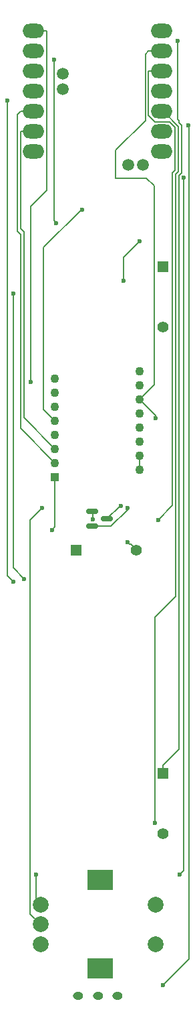
<source format=gbr>
%TF.GenerationSoftware,KiCad,Pcbnew,8.0.6*%
%TF.CreationDate,2025-11-06T12:50:02+09:00*%
%TF.ProjectId,tstick,74737469-636b-42e6-9b69-6361645f7063,rev?*%
%TF.SameCoordinates,Original*%
%TF.FileFunction,Copper,L1,Top*%
%TF.FilePolarity,Positive*%
%FSLAX46Y46*%
G04 Gerber Fmt 4.6, Leading zero omitted, Abs format (unit mm)*
G04 Created by KiCad (PCBNEW 8.0.6) date 2025-11-06 12:50:02*
%MOMM*%
%LPD*%
G01*
G04 APERTURE LIST*
G04 Aperture macros list*
%AMRoundRect*
0 Rectangle with rounded corners*
0 $1 Rounding radius*
0 $2 $3 $4 $5 $6 $7 $8 $9 X,Y pos of 4 corners*
0 Add a 4 corners polygon primitive as box body*
4,1,4,$2,$3,$4,$5,$6,$7,$8,$9,$2,$3,0*
0 Add four circle primitives for the rounded corners*
1,1,$1+$1,$2,$3*
1,1,$1+$1,$4,$5*
1,1,$1+$1,$6,$7*
1,1,$1+$1,$8,$9*
0 Add four rect primitives between the rounded corners*
20,1,$1+$1,$2,$3,$4,$5,0*
20,1,$1+$1,$4,$5,$6,$7,0*
20,1,$1+$1,$6,$7,$8,$9,0*
20,1,$1+$1,$8,$9,$2,$3,0*%
G04 Aperture macros list end*
%TA.AperFunction,SMDPad,CuDef*%
%ADD10RoundRect,0.150000X-0.587500X-0.150000X0.587500X-0.150000X0.587500X0.150000X-0.587500X0.150000X0*%
%TD*%
%TA.AperFunction,ComponentPad*%
%ADD11O,2.750000X1.800000*%
%TD*%
%TA.AperFunction,ComponentPad*%
%ADD12C,1.500000*%
%TD*%
%TA.AperFunction,ComponentPad*%
%ADD13O,1.300000X1.000000*%
%TD*%
%TA.AperFunction,ComponentPad*%
%ADD14C,2.000000*%
%TD*%
%TA.AperFunction,ComponentPad*%
%ADD15R,3.200000X2.500000*%
%TD*%
%TA.AperFunction,ComponentPad*%
%ADD16RoundRect,0.250000X0.300000X-0.300000X0.300000X0.300000X-0.300000X0.300000X-0.300000X-0.300000X0*%
%TD*%
%TA.AperFunction,ComponentPad*%
%ADD17C,1.100000*%
%TD*%
%TA.AperFunction,ComponentPad*%
%ADD18R,1.397000X1.397000*%
%TD*%
%TA.AperFunction,ComponentPad*%
%ADD19C,1.397000*%
%TD*%
%TA.AperFunction,ViaPad*%
%ADD20C,0.600000*%
%TD*%
%TA.AperFunction,Conductor*%
%ADD21C,0.200000*%
%TD*%
G04 APERTURE END LIST*
D10*
%TO.P,U2,1,GND*%
%TO.N,GND*%
X99000000Y-100100000D03*
%TO.P,U2,2,VO*%
%TO.N,+1v9*%
X99000000Y-102000000D03*
%TO.P,U2,3,VI*%
%TO.N,VCC*%
X100875000Y-101050000D03*
%TD*%
D11*
%TO.P,U1,1,P0.02_A0_D0*%
%TO.N,MOTION*%
X91589400Y-39434700D03*
%TO.P,U1,2,P0.03_A1_D1*%
%TO.N,Row0*%
X91589400Y-41974700D03*
%TO.P,U1,3,P0.28_A2_D2*%
%TO.N,Row1*%
X91589400Y-44514700D03*
%TO.P,U1,4,P0.29_A3_D3*%
%TO.N,Row2*%
X91589400Y-47054700D03*
%TO.P,U1,5,P0.04_A4_D4_SDA*%
%TO.N,SDIO*%
X91589400Y-49594700D03*
%TO.P,U1,6,P0.05_A5_D5_SCL*%
%TO.N,SCLK*%
X91589400Y-52134700D03*
%TO.P,U1,7,P1.11_D6_TX*%
%TO.N,unconnected-(U1-P1.11_D6_TX-Pad7)*%
X91589400Y-54674700D03*
%TO.P,U1,8,P1.12_D7_RX*%
%TO.N,CS*%
X107829400Y-54674700D03*
%TO.P,U1,9,P1.13_D8_SCK*%
%TO.N,REB*%
X107829400Y-52134700D03*
%TO.P,U1,10,P1.14_D9_MISO*%
%TO.N,REA*%
X107829400Y-49594700D03*
%TO.P,U1,11,P1.15_D10_MOSI*%
%TO.N,Col0*%
X107829400Y-47054700D03*
%TO.P,U1,12,3V3*%
%TO.N,VCC*%
X107829400Y-44514700D03*
%TO.P,U1,13,GND*%
%TO.N,GND*%
X107829400Y-41974700D03*
%TO.P,U1,14,5V*%
%TO.N,unconnected-(U1-5V-Pad14)*%
X107829400Y-39434700D03*
D12*
%TO.P,U1,15,NFC1_0.09*%
%TO.N,unconnected-(U1-NFC1_0.09-Pad15)*%
X103544800Y-56366700D03*
%TO.P,U1,16,NFC2_0.10*%
%TO.N,unconnected-(U1-NFC2_0.10-Pad16)*%
X105424400Y-56366700D03*
%TO.P,U1,20,BATT+*%
%TO.N,Bat*%
X95264400Y-46737700D03*
%TO.P,U1,21,BATT-*%
%TO.N,GND*%
X95264400Y-44832700D03*
%TD*%
D13*
%TO.P,SW21,3,C*%
%TO.N,GND*%
X97249900Y-161297200D03*
%TO.P,SW21,2,B*%
%TO.N,Net-(BT1--)*%
X99749900Y-161297200D03*
%TO.P,SW21,1,A*%
%TO.N,unconnected-(SW21-A-Pad1)*%
X102249900Y-161297200D03*
%TD*%
D14*
%TO.P,SW4,A,A*%
%TO.N,REA*%
X92506600Y-149793200D03*
%TO.P,SW4,C,C*%
%TO.N,GND*%
X92506600Y-152293200D03*
%TO.P,SW4,B,B*%
%TO.N,REB*%
X92506600Y-154793200D03*
D15*
%TO.P,SW4,MP*%
%TO.N,N/C*%
X100006600Y-146693200D03*
X100006600Y-157893200D03*
D14*
%TO.P,SW4,S2*%
X107006600Y-149793200D03*
%TO.P,SW4,S1*%
X107006600Y-154793200D03*
%TD*%
D16*
%TO.P,pmw3610,1,+VCSEL*%
%TO.N,Net-(pmw3610-+VCSEL)*%
X94300000Y-95790000D03*
D17*
%TO.P,pmw3610,2,SDIO*%
%TO.N,SDIO*%
X94300000Y-94010000D03*
%TO.P,pmw3610,3,SCLK*%
%TO.N,SCLK*%
X94300000Y-92230000D03*
%TO.P,pmw3610,4,NC*%
%TO.N,unconnected-(pmw3610-NC-Pad4)*%
X94300000Y-90450000D03*
%TO.P,pmw3610,5,NCS*%
%TO.N,CS*%
X94300000Y-88670000D03*
%TO.P,pmw3610,6,VDDIO*%
%TO.N,VCC*%
X94300000Y-86890000D03*
%TO.P,pmw3610,7,NRESET*%
%TO.N,Net-(pmw3610-NRESET)*%
X94300000Y-85110000D03*
%TO.P,pmw3610,8,MOTION*%
%TO.N,MOTION*%
X94300000Y-83330000D03*
%TO.P,pmw3610,9,VCP*%
%TO.N,Net-(pmw3610-VCP)*%
X105000000Y-82440000D03*
%TO.P,pmw3610,10,PASS_T*%
%TO.N,Net-(pmw3610-+VCSEL)*%
X105000000Y-84220000D03*
%TO.P,pmw3610,11,GND*%
%TO.N,GND*%
X105000000Y-86000000D03*
%TO.P,pmw3610,12,CP*%
%TO.N,Net-(pmw3610-CP)*%
X105000000Y-87780000D03*
%TO.P,pmw3610,13,CN*%
%TO.N,Net-(pmw3610-CN)*%
X105000000Y-89560000D03*
%TO.P,pmw3610,14,VDD*%
%TO.N,+1v9*%
X105000000Y-91340000D03*
%TO.P,pmw3610,15,XYLASER*%
%TO.N,Net-(pmw3610--VCSEL)*%
X105000000Y-93120000D03*
%TO.P,pmw3610,16,-VCSEL*%
X105000000Y-94900000D03*
%TD*%
D18*
%TO.P,D3,1,K*%
%TO.N,Row2*%
X108000000Y-133190000D03*
D19*
%TO.P,D3,2,A*%
%TO.N,Net-(D3-A)*%
X108000000Y-140810000D03*
%TD*%
D18*
%TO.P,D2,1,K*%
%TO.N,Row1*%
X96965000Y-105000000D03*
D19*
%TO.P,D2,2,A*%
%TO.N,Net-(D2-A)*%
X104585000Y-105000000D03*
%TD*%
D18*
%TO.P,D1,1,K*%
%TO.N,Row0*%
X108000000Y-69190000D03*
D19*
%TO.P,D1,2,A*%
%TO.N,Net-(D1-A)*%
X108000000Y-76810000D03*
%TD*%
D20*
%TO.N,Net-(D1-A)*%
X105000000Y-66000000D03*
X103000000Y-71000000D03*
%TO.N,Col0*%
X90384500Y-108624300D03*
X89005300Y-72603400D03*
%TO.N,CS*%
X97745800Y-61971800D03*
%TO.N,MOTION*%
X91256400Y-83776800D03*
%TO.N,REA*%
X91850200Y-145979200D03*
X106999800Y-139480500D03*
%TO.N,REB*%
X110610400Y-57921400D03*
X110055700Y-146013400D03*
%TO.N,Row2*%
X109822600Y-40704700D03*
%TO.N,Row1*%
X88210500Y-48176100D03*
X89000000Y-109000000D03*
%TO.N,Net-(D2-A)*%
X103450000Y-104040100D03*
%TO.N,Row0*%
X94137000Y-43043300D03*
X94451800Y-63670100D03*
%TO.N,+1v9*%
X103463500Y-99659400D03*
%TO.N,VCC*%
X102645900Y-99398200D03*
X107383200Y-101211400D03*
%TO.N,Net-(pmw3610-+VCSEL)*%
X93900000Y-102455700D03*
%TO.N,GND*%
X92675000Y-99706000D03*
X99118500Y-101099300D03*
X107012100Y-88330000D03*
%TO.N,Net-(BT1--)*%
X108000000Y-160000000D03*
X111199800Y-51375000D03*
%TD*%
D21*
%TO.N,Net-(BT1--)*%
X111297800Y-51473000D02*
X111199800Y-51375000D01*
X108000000Y-160000000D02*
X111297800Y-156702200D01*
X111297800Y-156702200D02*
X111297800Y-51473000D01*
%TO.N,GND*%
X102000000Y-54467700D02*
X102000000Y-58000000D01*
X105751000Y-50716700D02*
X102000000Y-54467700D01*
X106866800Y-84133200D02*
X106866800Y-59000000D01*
X102000000Y-58000000D02*
X105866800Y-58000000D01*
X105866800Y-58000000D02*
X106866800Y-59000000D01*
X92675000Y-99706000D02*
X91168900Y-101212100D01*
X91168900Y-150955500D02*
X92506600Y-152293200D01*
X91168900Y-101212100D02*
X91168900Y-150955500D01*
%TO.N,Row1*%
X89000000Y-109000000D02*
X88210500Y-108210500D01*
X88210500Y-108210500D02*
X88210500Y-48176100D01*
%TO.N,Net-(D1-A)*%
X103000000Y-71000000D02*
X103000000Y-68000000D01*
X103000000Y-68000000D02*
X105000000Y-66000000D01*
%TO.N,Col0*%
X89005300Y-107245100D02*
X89005300Y-72603400D01*
X90384500Y-108624300D02*
X89005300Y-107245100D01*
%TO.N,CS*%
X97618100Y-61971800D02*
X97745800Y-61971800D01*
X92832800Y-66757100D02*
X97618100Y-61971800D01*
X92832800Y-87202800D02*
X92832800Y-66757100D01*
X94300000Y-88670000D02*
X92832800Y-87202800D01*
%TO.N,SDIO*%
X92089400Y-49594700D02*
X89912700Y-49594700D01*
X89912700Y-89622700D02*
X94300000Y-94010000D01*
X89912700Y-65160300D02*
X89912700Y-89622700D01*
X89511000Y-64758600D02*
X89912700Y-65160300D01*
X89511000Y-49996400D02*
X89511000Y-64758600D01*
X89912700Y-49594700D02*
X89511000Y-49996400D01*
%TO.N,Net-(pmw3610--VCSEL)*%
X105000000Y-93120000D02*
X105000000Y-94900000D01*
%TO.N,SCLK*%
X89912700Y-64392500D02*
X89912700Y-52134700D01*
X90343900Y-64823700D02*
X89912700Y-64392500D01*
X90343900Y-88273900D02*
X90343900Y-64823700D01*
X94300000Y-92230000D02*
X90343900Y-88273900D01*
X92089400Y-52134700D02*
X89912700Y-52134700D01*
%TO.N,MOTION*%
X91256400Y-61575100D02*
X91256400Y-83776800D01*
X93266100Y-59565400D02*
X91256400Y-61575100D01*
X93266100Y-39434700D02*
X93266100Y-59565400D01*
X92089400Y-39434700D02*
X93266100Y-39434700D01*
%TO.N,REA*%
X91850200Y-149136800D02*
X91850200Y-145979200D01*
X92506600Y-149793200D02*
X91850200Y-149136800D01*
X106999800Y-113464200D02*
X106999800Y-139480500D01*
X109607000Y-110857000D02*
X106999800Y-113464200D01*
X109607000Y-57506000D02*
X109607000Y-110857000D01*
X109907800Y-57205200D02*
X109607000Y-57506000D01*
X109907800Y-51470600D02*
X109907800Y-57205200D01*
X108031900Y-49594700D02*
X109907800Y-51470600D01*
X107329400Y-49594700D02*
X108031900Y-49594700D01*
%TO.N,REB*%
X110610400Y-145458700D02*
X110055700Y-146013400D01*
X110610400Y-57921400D02*
X110610400Y-145458700D01*
%TO.N,Row2*%
X108000000Y-133190000D02*
X108000000Y-132189800D01*
X109822600Y-50566500D02*
X109822600Y-40704700D01*
X109988900Y-50732800D02*
X109822600Y-50566500D01*
X109988900Y-50732800D02*
X109822600Y-50566500D01*
X109988900Y-50983700D02*
X109988900Y-50732800D01*
X110074100Y-51068900D02*
X109988900Y-50983700D01*
X110074100Y-51068900D02*
X109988900Y-50983700D01*
X110008700Y-130181100D02*
X108000000Y-132189800D01*
X110008700Y-57672300D02*
X110008700Y-130181100D01*
X110309500Y-57371500D02*
X110008700Y-57672300D01*
X110309500Y-51304300D02*
X110309500Y-57371500D01*
X110074100Y-51068900D02*
X110309500Y-51304300D01*
%TO.N,Net-(D2-A)*%
X103703700Y-104293800D02*
X103450000Y-104040100D01*
X103878900Y-104293800D02*
X103703700Y-104293800D01*
X103878900Y-104293900D02*
X103878900Y-104293800D01*
X104585000Y-105000000D02*
X103878900Y-104293900D01*
%TO.N,Row0*%
X94137000Y-63355300D02*
X94451800Y-63670100D01*
X94137000Y-43043300D02*
X94137000Y-63355300D01*
%TO.N,+1v9*%
X101368300Y-102000000D02*
X99000000Y-102000000D01*
X103463500Y-99904800D02*
X101368300Y-102000000D01*
X103463500Y-99659400D02*
X103463500Y-99904800D01*
%TO.N,VCC*%
X102526800Y-99398200D02*
X102645900Y-99398200D01*
X100875000Y-101050000D02*
X102526800Y-99398200D01*
X107329400Y-44514700D02*
X106152700Y-44514700D01*
X109205300Y-99389300D02*
X107383200Y-101211400D01*
X109205300Y-57339700D02*
X109205300Y-99389300D01*
X109506100Y-57038900D02*
X109205300Y-57339700D01*
X109506100Y-51636900D02*
X109506100Y-57038900D01*
X108802200Y-50933000D02*
X109506100Y-51636900D01*
X106977900Y-50933000D02*
X108802200Y-50933000D01*
X106152700Y-50107800D02*
X106977900Y-50933000D01*
X106152700Y-44514700D02*
X106152700Y-50107800D01*
%TO.N,Net-(pmw3610-+VCSEL)*%
X94300000Y-102055700D02*
X94300000Y-95790000D01*
X93900000Y-102455700D02*
X94300000Y-102055700D01*
%TO.N,GND*%
X107329400Y-41974700D02*
X106152700Y-41974700D01*
X99118500Y-100218500D02*
X99118500Y-101099300D01*
X99000000Y-100100000D02*
X99118500Y-100218500D01*
X107012100Y-88012100D02*
X105000000Y-86000000D01*
X107012100Y-88330000D02*
X107012100Y-88012100D01*
X105000000Y-86000000D02*
X106866800Y-84133200D01*
X105751000Y-42376400D02*
X106152700Y-41974700D01*
X105751000Y-50716700D02*
X105751000Y-42376400D01*
%TO.N,Net-(BT1--)*%
X111199800Y-51375000D02*
X111297800Y-51473000D01*
X111297800Y-51473000D02*
X111199800Y-51375000D01*
%TD*%
M02*

</source>
